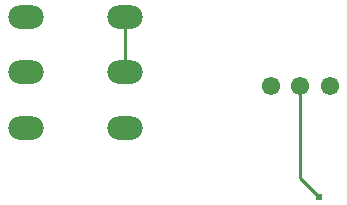
<source format=gbl>
G04 Layer: BottomLayer*
G04 EasyEDA v6.5.46, 2025-05-28 13:38:58*
G04 75a4abc2973e463bb7fec089d6695cdc,10*
G04 Gerber Generator version 0.2*
G04 Scale: 100 percent, Rotated: No, Reflected: No *
G04 Dimensions in millimeters *
G04 leading zeros omitted , absolute positions ,4 integer and 5 decimal *
%FSLAX45Y45*%
%MOMM*%

%ADD10C,0.2540*%
%ADD11O,2.999994X1.9999959999999999*%
%ADD12C,1.5500*%
%ADD13C,0.6100*%

%LPD*%
D10*
X2070328Y-1093088D02*
G01*
X2070328Y-1563090D01*
X3556025Y-1676400D02*
G01*
X3556025Y-2460625D01*
X3709797Y-2614396D01*
D11*
G01*
X2070328Y-2033092D03*
G01*
X2070328Y-1563090D03*
G01*
X2070328Y-1093088D03*
G01*
X1232128Y-2033092D03*
G01*
X1232128Y-1563090D03*
G01*
X1232128Y-1093088D03*
D12*
G01*
X3306013Y-1676400D03*
G01*
X3556025Y-1676400D03*
G01*
X3805986Y-1676400D03*
D13*
G01*
X3709797Y-2614396D03*
M02*

</source>
